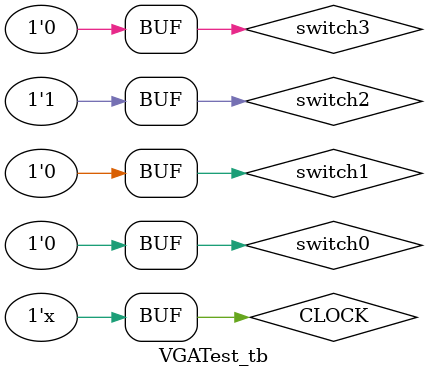
<source format=v>
/*Testbench*/
//

`timescale 1 ns / 100 ps

module VGATest_tb;

	reg		 CLOCK = 0;
	reg 		switch0 = 0; //Cursor X En
	reg		switch1 = 0;	//Cursor Y En
	reg		switch2 = 0; //Signal 1 En
	reg		switch3 = 0;	//Signal 2 En
	wire		vga_hsync;
	wire		vga_vsync;
	wire [7:0]		G;
	wire	[7:0]		B;
	wire				VClock;
	
FPGA_MiniProject dut (

.clock (CLOCK),
.vga_hsync (vga_hsync),
.vga_vsync (vga_vsync),
.switch0 (switch0),
.switch1 (switch1),
.switch2 (switch2),
.switch3 (switch3),
.R (R),
.G (G),
.B (B),
.VClock(VClock)
);

localparam freq = 10; //   1/Freq =
always #freq CLOCK = ~CLOCK;

initial begin
	CLOCK = 1'b0;
	switch0 = 1'b0;
	switch1 = 1'b0;
	switch2 = 1'b1;
	switch3 = 1'b0;
	
end

endmodule

</source>
